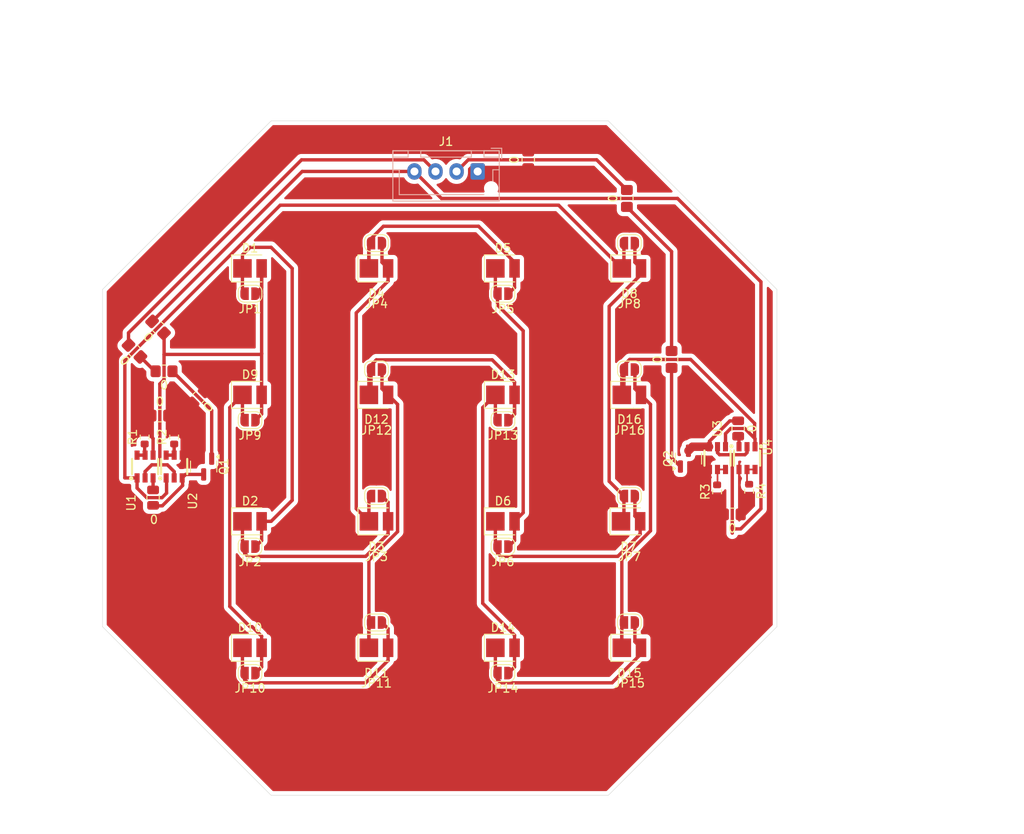
<source format=kicad_pcb>
(kicad_pcb (version 20241229) (generator "pcbnew") (generator_version "9.0")
  (layers (0 "F.Cu" signal) (2 "B.Cu" signal) (13 "F.Paste" user) (15 "B.Paste" user) (5 "F.SilkS" user "F.Silkscreen") (7 "B.SilkS" user "B.Silkscreen") (1 "F.Mask" user) (3 "B.Mask" user) (25 "Edge.Cuts" user))
  (net 0 "")
  (net 1 "Net-(D1-K)")
  (net 2 "+24V")
  (net 3 "Net-(D2-K)")
  (net 4 "Net-(D3-K)")
  (net 5 "Net-(D4-K)")
  (net 6 "Net-(D5-K)")
  (net 7 "Net-(D6-K)")
  (net 8 "Net-(D7-K)")
  (net 9 "Net-(D8-K)")
  (net 10 "Net-(D10-A)")
  (net 11 "Net-(D10-K)")
  (net 12 "Net-(D11-K)")
  (net 13 "Net-(D12-K)")
  (net 14 "Net-(D13-K)")
  (net 15 "Net-(D14-K)")
  (net 16 "/CLEDPin")
  (net 17 "/WLEDPin")
  (net 18 "GND")
  (net 19 "Net-(Q1-D)")
  (net 20 "Net-(Q2-D)")
  (net 21 "Net-(R1-Pad1)")
  (net 22 "Net-(R2-Pad1)")
  (net 23 "Net-(R3-Pad1)")
  (net 24 "Net-(R4-Pad1)")
  (net 25 "Net-(D15-K)")
  (net 26 "Net-(D16-K)")
  (footprint "LED_SMD:LED_PLCC_2835" (layer "F.Cu") (at 142.5 47.5)
    (property "Reference" "D8")
    (property "Value" "LEDW")
  )
  (footprint "Resistor_SMD:R_0805_2012Metric" (layer "F.Cu") (at 155.4 66.49 -90)
    (property "Reference" "0")
    (property "Value" "0")
  )
  (footprint "LED_SMD:LED_PLCC_2835" (layer "F.Cu") (at 142.4 77.5)
    (property "Reference" "D7")
    (property "Value" "LEDW")
  )
  (footprint "Jumper:SolderJumper-2_P1.3mm_Open_RoundedPad1.0x1.5mm" (layer "F.Cu") (at 97.5 65.5 180)
    (property "Reference" "JP9")
    (property "Value" "SolderJumper_2_Open")
  )
  (footprint "LED_SMD:LED_PLCC_2835" (layer "F.Cu") (at 97.5 92.5)
    (property "Reference" "D10")
    (property "Value" "LEDC")
  )
  (footprint "Resistor_SMD:R_0603_1608Metric" (layer "F.Cu") (at 156.7 73.925 -90)
    (property "Reference" "R4")
    (property "Value" "9.1")
  )
  (footprint "Resistor_SMD:R_0805_2012Metric_Pad1.20x1.40mm_HandSolder" (layer "F.Cu") (at 142.2 39.2 90)
    (property "Reference" "0")
    (property "Value" "R_0805_2012Metric_Pad1.20x1.40mm_HandSolder")
  )
  (footprint "Jumper:SolderJumper-2_P1.3mm_Open_RoundedPad1.0x1.5mm" (layer "F.Cu") (at 142.5 59.5 180)
    (property "Reference" "JP16")
    (property "Value" "SolderJumper_2_Open")
  )
  (footprint "Jumper:SolderJumper-2_P1.3mm_Open_RoundedPad1.0x1.5mm" (layer "F.Cu") (at 112.5 89.5 180)
    (property "Reference" "JP11")
    (property "Value" "SolderJumper_2_Open")
  )
  (footprint "LED_SMD:LED_PLCC_2835" (layer "F.Cu") (at 127.5 62.5)
    (property "Reference" "D13")
    (property "Value" "LEDC")
  )
  (footprint "Resistor_SMD:R_0805_2012Metric_Pad1.20x1.40mm_HandSolder" (layer "F.Cu") (at 147.5 58.3 90)
    (property "Reference" "0")
    (property "Value" "R_0805_2012Metric_Pad1.20x1.40mm_HandSolder")
  )
  (footprint "Resistor_SMD:R_0805_2012Metric_Pad1.20x1.40mm_HandSolder" (layer "F.Cu") (at 86.59 54.49 135)
    (property "Reference" "0")
    (property "Value" "R_0805_2012Metric_Pad1.20x1.40mm_HandSolder")
  )
  (footprint "Jumper:SolderJumper-2_P1.3mm_Open_RoundedPad1.0x1.5mm" (layer "F.Cu") (at 97.5 95.5 180)
    (property "Reference" "JP10")
    (property "Value" "SolderJumper_2_Open")
  )
  (footprint "LED_SMD:LED_PLCC_2835" (layer "F.Cu") (at 112.5 92.5)
    (property "Reference" "D11")
    (property "Value" "LEDC")
  )
  (footprint "Resistor_SMD:R_0603_1608Metric" (layer "F.Cu") (at 152.9 74 -90)
    (property "Reference" "R3")
    (property "Value" "9.1")
  )
  (footprint "Resistor_SMD:R_0603_1608Metric" (layer "F.Cu") (at 85 67.5 90)
    (property "Reference" "R1")
    (property "Value" "9.1")
  )
  (footprint "Jumper:SolderJumper-2_P1.3mm_Open_RoundedPad1.0x1.5mm" (layer "F.Cu") (at 97.5 80.5 180)
    (property "Reference" "JP2")
    (property "Value" "SolderJumper_2_Open")
  )
  (footprint "Jumper:SolderJumper-2_P1.3mm_Open_RoundedPad1.0x1.5mm" (layer "F.Cu") (at 97.5 50.5 180)
    (property "Reference" "JP1")
    (property "Value" "SolderJumper_2_Open")
  )
  (footprint "LED_SMD:LED_PLCC_2835" (layer "F.Cu") (at 112.5 62.5)
    (property "Reference" "D12")
    (property "Value" "LEDC")
  )
  (footprint "LED_SMD:LED_PLCC_2835" (layer "F.Cu") (at 127.5 47.5)
    (property "Reference" "D5")
    (property "Value" "LEDW")
  )
  (footprint "Resistor_SMD:R_0805_2012Metric_Pad1.20x1.40mm_HandSolder" (layer "F.Cu") (at 91.4 62.8 -135)
    (property "Reference" "0")
    (property "Value" "R_0805_2012Metric_Pad1.20x1.40mm_HandSolder")
  )
  (footprint "Jumper:SolderJumper-2_P1.3mm_Open_RoundedPad1.0x1.5mm" (layer "F.Cu") (at 127.5 65.5 180)
    (property "Reference" "JP13")
    (property "Value" "SolderJumper_2_Open")
  )
  (footprint "LED_SMD:LED_PLCC_2835" (layer "F.Cu") (at 142.5 62.5)
    (property "Reference" "D16")
    (property "Value" "LEDC")
  )
  (footprint "LED_SMD:LED_PLCC_2835" (layer "F.Cu") (at 142.5 92.5)
    (property "Reference" "D15")
    (property "Value" "LEDC")
  )
  (footprint "Jumper:SolderJumper-2_P1.3mm_Open_RoundedPad1.0x1.5mm" (layer "F.Cu") (at 127.5 80.5 180)
    (property "Reference" "JP6")
    (property "Value" "SolderJumper_2_Open")
  )
  (footprint "LED_SMD:LED_PLCC_2835" (layer "F.Cu") (at 97.5 62.5)
    (property "Reference" "D9")
    (property "Value" "LEDC")
  )
  (footprint "Jumper:SolderJumper-2_P1.3mm_Open_RoundedPad1.0x1.5mm" (layer "F.Cu") (at 112.5 74.5 180)
    (property "Reference" "JP3")
    (property "Value" "SolderJumper_2_Open")
  )
  (footprint "Jumper:SolderJumper-2_P1.3mm_Open_RoundedPad1.0x1.5mm" (layer "F.Cu") (at 127.5 95.5 180)
    (property "Reference" "JP14")
    (property "Value" "SolderJumper_2_Open")
  )
  (footprint "LED_SMD:LED_PLCC_2835" (layer "F.Cu") (at 112.5 47.5)
    (property "Reference" "D4")
    (property "Value" "LEDW")
  )
  (footprint "easyeda2kicad:SOT-23-6_L2.9-W1.6-P0.95-LS2.8-BR" (layer "F.Cu") (at 85.05 71 -90)
    (property "Reference" "U1")
    (property "Value" "AL5802-7")
  )
  (footprint "Jumper:SolderJumper-2_P1.3mm_Open_RoundedPad1.0x1.5mm" (layer "F.Cu") (at 112.5 44.5 180)
    (property "Reference" "JP4")
    (property "Value" "SolderJumper_2_Open")
  )
  (footprint "Resistor_SMD:R_0805_2012Metric_Pad1.20x1.40mm_HandSolder" (layer "F.Cu") (at 87.3 59.7 180)
    (property "Reference" "0")
    (property "Value" "R_0805_2012Metric_Pad1.20x1.40mm_HandSolder")
  )
  (footprint "Resistor_SMD:R_0805_2012Metric_Pad1.20x1.40mm_HandSolder" (layer "F.Cu") (at 86.8 64.96)
    (property "Reference" "0")
    (property "Value" "R_0805_2012Metric_Pad1.20x1.40mm_HandSolder")
  )
  (footprint "Jumper:SolderJumper-2_P1.3mm_Open_RoundedPad1.0x1.5mm" (layer "F.Cu") (at 112.5 59.5 180)
    (property "Reference" "JP12")
    (property "Value" "SolderJumper_2_Open")
  )
  (footprint "Jumper:SolderJumper-2_P1.3mm_Open_RoundedPad1.0x1.5mm" (layer "F.Cu") (at 142.5 44.5 180)
    (property "Reference" "JP8")
    (property "Value" "SolderJumper_2_Open")
  )
  (footprint "LED_SMD:LED_PLCC_2835" (layer "F.Cu") (at 97.5 47.5)
    (property "Reference" "D1")
    (property "Value" "LEDW")
  )
  (footprint "easyeda2kicad:SOT-23-6_L2.9-W1.6-P0.95-LS2.8-BR" (layer "F.Cu") (at 152.95 70 90)
    (property "Reference" "U3")
    (property "Value" "AL5802-7")
  )
  (footprint "LED_SMD:LED_PLCC_2835" (layer "F.Cu") (at 97.5 77.5)
    (property "Reference" "D2")
    (property "Value" "LEDW")
  )
  (footprint "Jumper:SolderJumper-2_P1.3mm_Open_RoundedPad1.0x1.5mm" (layer "F.Cu") (at 127.5 50.5 180)
    (property "Reference" "JP5")
    (property "Value" "SolderJumper_2_Open")
  )
  (footprint "Package_TO_SOT_SMD:SOT-23" (layer "F.Cu") (at 149.5 70.0625 90)
    (property "Reference" "Q2")
    (property "Value" "2N7002")
  )
  (footprint "LED_SMD:LED_PLCC_2835" (layer "F.Cu") (at 112.5 77.5)
    (property "Reference" "D3")
    (property "Value" "LEDW")
  )
  (footprint "LED_SMD:LED_PLCC_2835" (layer "F.Cu") (at 127.5 92.5)
    (property "Reference" "D14")
    (property "Value" "LEDC")
  )
  (footprint "Resistor_SMD:R_0805_2012Metric" (layer "F.Cu") (at 86 74.69 -90)
    (property "Reference" "0")
    (property "Value" "0")
  )
  (footprint "Resistor_SMD:R_0805_2012Metric_Pad1.20x1.40mm_HandSolder" (layer "F.Cu") (at 154.7 76.675 180)
    (property "Reference" "0")
    (property "Value" "R_0805_2012Metric_Pad1.20x1.40mm_HandSolder")
  )
  (footprint "Jumper:SolderJumper-2_P1.3mm_Open_RoundedPad1.0x1.5mm" (layer "F.Cu") (at 142.5 74.5 180)
    (property "Reference" "JP7")
    (property "Value" "SolderJumper_2_Open")
  )
  (footprint "LED_SMD:LED_PLCC_2835" (layer "F.Cu") (at 127.5 77.5)
    (property "Reference" "D6")
    (property "Value" "LEDW")
  )
  (footprint "Resistor_SMD:R_0603_1608Metric" (layer "F.Cu") (at 88.5 67.5 90)
    (property "Reference" "R2")
    (property "Value" "9.1")
  )
  (footprint "easyeda2kicad:SOT-23-6_L2.9-W1.6-P0.95-LS2.8-BR" (layer "F.Cu") (at 88.5 71 -90)
    (property "Reference" "U2")
    (property "Value" "AL5802-7")
  )
  (footprint "Jumper:SolderJumper-2_P1.3mm_Open_RoundedPad1.0x1.5mm" (layer "F.Cu") (at 142.5 89.5 180)
    (property "Reference" "JP15")
    (property "Value" "SolderJumper_2_Open")
  )
  (footprint "Resistor_SMD:R_0805_2012Metric_Pad1.20x1.40mm_HandSolder" (layer "F.Cu") (at 130.5 34.62 90)
    (property "Reference" "0")
    (property "Value" "R_0805_2012Metric_Pad1.20x1.40mm_HandSolder")
  )
  (footprint "Package_TO_SOT_SMD:SOT-23" (layer "F.Cu") (at 92 71 -90)
    (property "Reference" "Q1")
    (property "Value" "2N7002")
  )
  (footprint "easyeda2kicad:SOT-23-6_L2.9-W1.6-P0.95-LS2.8-BR" (layer "F.Cu") (at 156.45 70 90)
    (property "Reference" "U4")
    (property "Value" "AL5802-7")
  )
  (footprint "Resistor_SMD:R_0805_2012Metric_Pad1.20x1.40mm_HandSolder" (layer "F.Cu") (at 83.792893 57.292893 135)
    (property "Reference" "0")
    (property "Value" "R_0805_2012Metric_Pad1.20x1.40mm_HandSolder")
  )
  (footprint "Connector_JST:JST_XH_B4B-XH-AM_1x04_P2.50mm_Vertical" (layer "B.Cu") (at 124.5 36 180)
    (property "Reference" "J1")
    (property "Value" "Conn_01x04")
  )
  (gr_line (start 160 90) (end 140 110) (stroke (width 0.05)) (layer "Edge.Cuts"))
  (gr_line (start 80 90) (end 80 50) (stroke (width 0.05)) (layer "Edge.Cuts"))
  (gr_line (start 140 110) (end 100 110) (stroke (width 0.05)) (layer "Edge.Cuts"))
  (gr_line (start 80 50) (end 100 30) (stroke (width 0.05)) (layer "Edge.Cuts"))
  (gr_line (start 160 50) (end 160 90) (stroke (width 0.05)) (layer "Edge.Cuts"))
  (gr_line (start 100 30) (end 140 30) (stroke (width 0.05)) (layer "Edge.Cuts"))
  (gr_line (start 140 30) (end 160 50) (stroke (width 0.05)) (layer "Edge.Cuts"))
  (gr_line (start 100 110) (end 80 90) (stroke (width 0.05)) (layer "Edge.Cuts"))
  (segment (start 97.5 45) (end 100 45) (width 0.4) (layer "F.Cu") (net 1))
  (segment (start 96.6 50.25) (end 96.85 50.5) (width 0.4) (layer "F.Cu") (net 1))
  (segment (start 96.6 47.5) (end 96.6 50.25) (width 0.4) (layer "F.Cu") (net 1))
  (segment (start 102.5 47.5) (end 102.5 75) (width 0.4) (layer "F.Cu") (net 1))
  (segment (start 98.875 77.5) (end 98.875 79.775) (width 0.4) (layer "F.Cu") (net 1))
  (segment (start 96.6 47.5) (end 96.6 45.9) (width 0.4) (layer "F.Cu") (net 1))
  (segment (start 100 45) (end 102.5 47.5) (width 0.4) (layer "F.Cu") (net 1))
  (segment (start 96.6 45.9) (end 97.5 45) (width 0.4) (layer "F.Cu") (net 1))
  (segment (start 102.5 75) (end 100 77.5) (width 0.4) (layer "F.Cu") (net 1))
  (segment (start 98.875 79.775) (end 98.15 80.5) (width 0.4) (layer "F.Cu") (net 1))
  (segment (start 100 77.5) (end 98.875 77.5) (width 0.4) (layer "F.Cu") (net 1))
  (segment (start 158.101 49.092364) (end 158.101 76.00158) (width 0.4) (layer "F.Cu") (net 2))
  (segment (start 158.101 76.00158) (end 155.70258 78.4) (width 0.4) (layer "F.Cu") (net 2))
  (segment (start 98.875 47.5) (end 98.875 57.6) (width 0.4) (layer "F.Cu") (net 2))
  (segment (start 98.775 57.7) (end 98.875 57.6) (width 0.4) (layer "F.Cu") (net 2))
  (segment (start 85.05 71.6) (end 85.85 70.8) (width 0.4) (layer "F.Cu") (net 2))
  (segment (start 156.202 69.6) (end 156.45 69.352) (width 0.4) (layer "F.Cu") (net 2))
  (segment (start 88.55 72.6) (end 88.55 71.898) (width 0.4) (layer "F.Cu") (net 2))
  (segment (start 87.7 70.8) (end 86.8 70.8) (width 0.4) (layer "F.Cu") (net 2))
  (segment (start 154.7 78.4) (end 154.7 78.9) (width 0.4) (layer "F.Cu") (net 2))
  (segment (start 153.198 69.6) (end 154.7 69.6) (width 0.4) (layer "F.Cu") (net 2))
  (segment (start 117 36) (end 120.2 39.2) (width 0.4) (layer "F.Cu") (net 2))
  (segment (start 98.875 57.6) (end 98.875 62.5) (width 0.4) (layer "F.Cu") (net 2))
  (segment (start 86.8 61.2) (end 86.8 70.8) (width 0.4) (layer "F.Cu") (net 2))
  (segment (start 156.45 69.352) (end 156.45 68.65) (width 0.4) (layer "F.Cu") (net 2))
  (segment (start 85.892893 53.792893) (end 103.685786 36) (width 0.4) (layer "F.Cu") (net 2))
  (segment (start 98.875 49.775) (end 98.15 50.5) (width 0.4) (layer "F.Cu") (net 2))
  (segment (start 154.7 69.6) (end 156.202 69.6) (width 0.4) (layer "F.Cu") (net 2))
  (segment (start 103.685786 36) (end 117 36) (width 0.4) (layer "F.Cu") (net 2))
  (segment (start 98.875 62.5) (end 98.875 64.775) (width 0.4) (layer "F.Cu") (net 2))
  (segment (start 98.775 50.5) (end 98.875 50.6) (width 0.4) (layer "F.Cu") (net 2))
  (segment (start 120.2 39.2) (end 148.208636 39.2) (width 0.4) (layer "F.Cu") (net 2))
  (segment (start 87.3 60.7) (end 86.8 61.2) (width 0.4) (layer "F.Cu") (net 2))
  (segment (start 154.7 69.6) (end 154.7 78.4) (width 0.4) (layer "F.Cu") (net 2))
  (segment (start 87.307107 57.7) (end 87.3 57.707107) (width 0.4) (layer "F.Cu") (net 2))
  (segment (start 152.95 68.65) (end 152.95 69.352) (width 0.4) (layer "F.Cu") (net 2))
  (segment (start 87.307107 55.207107) (end 87.307107 57.7) (width 0.4) (layer "F.Cu") (net 2))
  (segment (start 98.875 64.775) (end 98.15 65.5) (width 0.4) (layer "F.Cu") (net 2))
  (segment (start 87.307107 57.7) (end 98.775 57.7) (width 0.4) (layer "F.Cu") (net 2))
  (segment (start 85.85 70.8) (end 86.8 70.8) (width 0.4) (layer "F.Cu") (net 2))
  (segment (start 85.05 71.936826) (end 85.05 72.6) (width 0.4) (layer "F.Cu") (net 2))
  (segment (start 155.70258 78.4) (end 154.7 78.4) (width 0.4) (layer "F.Cu") (net 2))
  (segment (start 88.5 72.35) (end 88.5 71.6) (width 0.4) (layer "F.Cu") (net 2))
  (segment (start 87.3 57.707107) (end 87.3 60.7) (width 0.4) (layer "F.Cu") (net 2))
  (segment (start 88.5 71.6) (end 87.7 70.8) (width 0.4) (layer "F.Cu") (net 2))
  (segment (start 98.15 50.5) (end 98.775 50.5) (width 0.4) (layer "F.Cu") (net 2))
  (segment (start 152.95 69.352) (end 153.198 69.6) (width 0.4) (layer "F.Cu") (net 2))
  (segment (start 85.05 72.35) (end 85.05 71.6) (width 0.4) (layer "F.Cu") (net 2))
  (segment (start 98.875 47.5) (end 98.875 49.775) (width 0.4) (layer "F.Cu") (net 2))
  (segment (start 148.208636 39.2) (end 158.101 49.092364) (width 0.4) (layer "F.Cu") (net 2))
  (segment (start 111.219 81.656) (end 113.875 79) (width 0.4) (layer "F.Cu") (net 3))
  (segment (start 96.6 80.25) (end 96.85 80.5) (width 0.4) (layer "F.Cu") (net 3))
  (segment (start 113.875 79) (end 113.875 77.5) (width 0.4) (layer "F.Cu") (net 3))
  (segment (start 96.85 80.5) (end 96.85 81.255) (width 0.4) (layer "F.Cu") (net 3))
  (segment (start 96.85 81.255) (end 97.251 81.656) (width 0.4) (layer "F.Cu") (net 3))
  (segment (start 96.6 77.5) (end 96.6 80.25) (width 0.4) (layer "F.Cu") (net 3))
  (segment (start 113.875 77.5) (end 113.875 75.225) (width 0.4) (layer "F.Cu") (net 3))
  (segment (start 113.875 75.225) (end 113.15 74.5) (width 0.4) (layer "F.Cu") (net 3))
  (segment (start 97.251 81.656) (end 111.219 81.656) (width 0.4) (layer "F.Cu") (net 3))
  (segment (start 111.6 74.75) (end 111.85 74.5) (width 0.4) (layer "F.Cu") (net 4))
  (segment (start 111.6 77.5) (end 110.099 75.999) (width 0.4) (layer "F.Cu") (net 4))
  (segment (start 113.875 49) (end 113.875 47.5) (width 0.4) (layer "F.Cu") (net 4))
  (segment (start 113.15 46.775) (end 113.875 47.5) (width 0.4) (layer "F.Cu") (net 4))
  (segment (start 110.099 52.776) (end 113.875 49) (width 0.4) (layer "F.Cu") (net 4))
  (segment (start 111.6 77.5) (end 111.6 74.75) (width 0.4) (layer "F.Cu") (net 4))
  (segment (start 110.099 75.999) (end 110.099 52.776) (width 0.4) (layer "F.Cu") (net 4))
  (segment (start 113.15 44.5) (end 113.15 46.775) (width 0.4) (layer "F.Cu") (net 4))
  (segment (start 113.325828 42.5) (end 124.602 42.5) (width 0.4) (layer "F.Cu") (net 5))
  (segment (start 128.875 49.775) (end 128.15 50.5) (width 0.4) (layer "F.Cu") (net 5))
  (segment (start 111.6 47.5) (end 111.6 44.75) (width 0.4) (layer "F.Cu") (net 5))
  (segment (start 128.875 47.5) (end 128.875 49.775) (width 0.4) (layer "F.Cu") (net 5))
  (segment (start 124.602 42.5) (end 128.875 46.773) (width 0.4) (layer "F.Cu") (net 5))
  (segment (start 128.875 46.773) (end 128.875 47.5) (width 0.4) (layer "F.Cu") (net 5))
  (segment (start 111.6 47.5) (end 111.6 44.225828) (width 0.4) (layer "F.Cu") (net 5))
  (segment (start 111.6 44.75) (end 111.85 44.5) (width 0.4) (layer "F.Cu") (net 5))
  (segment (start 111.6 44.225828) (end 113.325828 42.5) (width 0.4) (layer "F.Cu") (net 5))
  (segment (start 129.901 54.901) (end 129.901 76.474) (width 0.4) (layer "F.Cu") (net 6))
  (segment (start 126.6 50.25) (end 126.85 50.5) (width 0.4) (layer "F.Cu") (net 6))
  (segment (start 126.85 51.85) (end 129.901 54.901) (width 0.4) (layer "F.Cu") (net 6))
  (segment (start 126.85 50.5) (end 126.85 51.85) (width 0.4) (layer "F.Cu") (net 6))
  (segment (start 128.875 79.775) (end 128.15 80.5) (width 0.4) (layer "F.Cu") (net 6))
  (segment (start 126.6 47.5) (end 126.6 50.25) (width 0.4) (layer "F.Cu") (net 6))
  (segment (start 128.875 77.5) (end 128.875 79.775) (width 0.4) (layer "F.Cu") (net 6))
  (segment (start 129.901 76.474) (end 128.875 77.5) (width 0.4) (layer "F.Cu") (net 6))
  (segment (start 126.85 80.5) (end 126.85 81.255) (width 0.4) (layer "F.Cu") (net 7))
  (segment (start 127.251 81.656) (end 141.119 81.656) (width 0.4) (layer "F.Cu") (net 7))
  (segment (start 126.85 81.255) (end 127.251 81.656) (width 0.4) (layer "F.Cu") (net 7))
  (segment (start 143.15 74.5) (end 143.15 76.875) (width 0.4) (layer "F.Cu") (net 7))
  (segment (start 126.6 80.25) (end 126.85 80.5) (width 0.4) (layer "F.Cu") (net 7))
  (segment (start 143.15 76.875) (end 143.775 77.5) (width 0.4) (layer "F.Cu") (net 7))
  (segment (start 143.775 79) (end 143.775 77.5) (width 0.4) (layer "F.Cu") (net 7))
  (segment (start 141.119 81.656) (end 143.775 79) (width 0.4) (layer "F.Cu") (net 7))
  (segment (start 126.6 77.5) (end 126.6 80.25) (width 0.4) (layer "F.Cu") (net 7))
  (segment (start 143.875 48.227) (end 143.875 47.5) (width 0.4) (layer "F.Cu") (net 8))
  (segment (start 141.85 77.15) (end 141.5 77.5) (width 0.4) (layer "F.Cu") (net 8))
  (segment (start 140.099 72.749) (end 140.099 52.003) (width 0.4) (layer "F.Cu") (net 8))
  (segment (start 140.099 52.003) (end 143.875 48.227) (width 0.4) (layer "F.Cu") (net 8))
  (segment (start 141.85 74.5) (end 140.099 72.749) (width 0.4) (layer "F.Cu") (net 8))
  (segment (start 143.15 46.775) (end 143.875 47.5) (width 0.4) (layer "F.Cu") (net 8))
  (segment (start 141.85 74.5) (end 141.85 77.15) (width 0.4) (layer "F.Cu") (net 8))
  (segment (start 143.15 44.5) (end 143.15 46.775) (width 0.4) (layer "F.Cu") (net 8))
  (segment (start 85.24 74.69) (end 84.1 73.55) (width 0.4) (layer "F.Cu") (net 9))
  (segment (start 87.6 72.6) (end 87.6 74.15) (width 0.4) (layer "F.Cu") (net 9))
  (segment (start 84.1 73.55) (end 84.1 72.35) (width 0.4) (layer "F.Cu") (net 9))
  (segment (start 101.098 40) (end 101.08 40) (width 0.39) (layer "F.Cu") (net 9))
  (segment (start 141.85 47.25) (end 141.6 47.5) (width 0.4) (layer "F.Cu") (net 9))
  (segment (start 87.06 74.69) (end 85.24 74.69) (width 0.4) (layer "F.Cu") (net 9))
  (segment (start 101.08 40) (end 82.65 58.43) (width 0.39) (layer "F.Cu") (net 9))
  (segment (start 84.1 72.35) (end 82.65 72.35) (width 0.4) (layer "F.Cu") (net 9))
  (segment (start 87.6 74.15) (end 87.06 74.69) (width 0.4) (layer "F.Cu") (net 9))
  (segment (start 141.85 44.5) (end 141.85 47.25) (width 0.4) (layer "F.Cu") (net 9))
  (segment (start 134.1 40) (end 101.098 40) (width 0.4) (layer "F.Cu") (net 9))
  (segment (start 82.65 58.448) (end 82.65 72.35) (width 0.4) (layer "F.Cu") (net 9))
  (segment (start 141.6 47.5) (end 134.1 40) (width 0.4) (layer "F.Cu") (net 9))
  (segment (start 82.65 58.43) (end 82.65 58.448) (width 0.39) (layer "F.Cu") (net 9))
  (segment (start 96.6 62.5) (end 96.6 65.25) (width 0.4) (layer "F.Cu") (net 10))
  (segment (start 96.6 62.5) (end 95.099 64.001) (width 0.4) (layer "F.Cu") (net 10))
  (segment (start 95.099 87.599) (end 97.5 90) (width 0.4) (layer "F.Cu") (net 10))
  (segment (start 96.6 65.25) (end 96.85 65.5) (width 0.4) (layer "F.Cu") (net 10))
  (segment (start 98.875 92.5) (end 98.875 94.775) (width 0.4) (layer "F.Cu") (net 10))
  (segment (start 98.875 94.775) (end 98.15 95.5) (width 0.4) (layer "F.Cu") (net 10))
  (segment (start 97.5 90) (end 97.75 90) (width 0.4) (layer "F.Cu") (net 10))
  (segment (start 97.75 90) (end 98.875 91.125) (width 0.4) (layer "F.Cu") (net 10))
  (segment (start 95.099 64.001) (end 95.099 87.599) (width 0.4) (layer "F.Cu") (net 10))
  (segment (start 98.875 91.125) (end 98.875 92.5) (width 0.4) (layer "F.Cu") (net 10))
  (segment (start 97.251 96.656) (end 111.219 96.656) (width 0.4) (layer "F.Cu") (net 11))
  (segment (start 113.875 92.5) (end 113.875 90.225) (width 0.4) (layer "F.Cu") (net 11))
  (segment (start 96.85 95.5) (end 96.85 96.255) (width 0.4) (layer "F.Cu") (net 11))
  (segment (start 96.85 96.255) (end 97.251 96.656) (width 0.4) (layer "F.Cu") (net 11))
  (segment (start 113.875 94) (end 113.875 92.5) (width 0.4) (layer "F.Cu") (net 11))
  (segment (start 96.6 92.5) (end 96.6 95.25) (width 0.4) (layer "F.Cu") (net 11))
  (segment (start 113.875 90.225) (end 113.15 89.5) (width 0.4) (layer "F.Cu") (net 11))
  (segment (start 111.219 96.656) (end 113.875 94) (width 0.4) (layer "F.Cu") (net 11))
  (segment (start 96.6 95.25) (end 96.85 95.5) (width 0.4) (layer "F.Cu") (net 11))
  (segment (start 111.6 82.124942) (end 115 78.724942) (width 0.4) (layer "F.Cu") (net 12))
  (segment (start 113.15 61.775) (end 113.875 62.5) (width 0.4) (layer "F.Cu") (net 12))
  (segment (start 111.6 92.5) (end 111.6 89.75) (width 0.4) (layer "F.Cu") (net 12))
  (segment (start 111.6 92.5) (end 111.6 82.124942) (width 0.4) (layer "F.Cu") (net 12))
  (segment (start 115 78.724942) (end 115 63.625) (width 0.4) (layer "F.Cu") (net 12))
  (segment (start 113.15 59.5) (end 113.15 61.775) (width 0.4) (layer "F.Cu") (net 12))
  (segment (start 115 63.625) (end 113.875 62.5) (width 0.4) (layer "F.Cu") (net 12))
  (segment (start 111.6 89.75) (end 111.85 89.5) (width 0.4) (layer "F.Cu") (net 12))
  (segment (start 128.875 61) (end 128.875 64.775) (width 0.4) (layer "F.Cu") (net 13))
  (segment (start 112.481828 58.344) (end 126.219 58.344) (width 0.4) (layer "F.Cu") (net 13))
  (segment (start 128.875 62.5) (end 128.875 64.775) (width 0.4) (layer "F.Cu") (net 13))
  (segment (start 111.85 62.25) (end 111.6 62.5) (width 0.4) (layer "F.Cu") (net 13))
  (segment (start 128.875 64.775) (end 128.15 65.5) (width 0.4) (layer "F.Cu") (net 13))
  (segment (start 111.85 59.5) (end 111.85 62.25) (width 0.4) (layer "F.Cu") (net 13))
  (segment (start 126.219 58.344) (end 128.875 61) (width 0.4) (layer "F.Cu") (net 13))
  (segment (start 111.6 62.5) (end 111.6 59.225828) (width 0.4) (layer "F.Cu") (net 13))
  (segment (start 111.6 59.225828) (end 112.481828 58.344) (width 0.4) (layer "F.Cu") (net 13))
  (segment (start 126.6 62.5) (end 126.6 65.25) (width 0.4) (layer "F.Cu") (net 14))
  (segment (start 126.6 62.5) (end 125.099 64.001) (width 0.4) (layer "F.Cu") (net 14))
  (segment (start 128.875 91) (end 128.875 92.5) (width 0.4) (layer "F.Cu") (net 14))
  (segment (start 125.099 64.001) (end 125.099 87.224) (width 0.4) (layer "F.Cu") (net 14))
  (segment (start 128.875 94.775) (end 128.15 95.5) (width 0.4) (layer "F.Cu") (net 14))
  (segment (start 126.6 65.25) (end 126.85 65.5) (width 0.4) (layer "F.Cu") (net 14))
  (segment (start 128.875 92.5) (end 128.875 94.775) (width 0.4) (layer "F.Cu") (net 14))
  (segment (start 125.099 87.224) (end 128.875 91) (width 0.4) (layer "F.Cu") (net 14))
  (segment (start 143.875 93.227) (end 143.875 92.5) (width 0.4) (layer "F.Cu") (net 15))
  (segment (start 143.15 89.5) (end 143.15 91.775) (width 0.4) (layer "F.Cu") (net 15))
  (segment (start 143.15 91.775) (end 143.875 92.5) (width 0.4) (layer "F.Cu") (net 15))
  (segment (start 126.6 95.25) (end 126.85 95.5) (width 0.4) (layer "F.Cu") (net 15))
  (segment (start 127.251 96.656) (end 140.446 96.656) (width 0.4) (layer "F.Cu") (net 15))
  (segment (start 140.446 96.656) (end 143.875 93.227) (width 0.4) (layer "F.Cu") (net 15))
  (segment (start 126.6 92.5) (end 126.6 95.25) (width 0.4) (layer "F.Cu") (net 15))
  (segment (start 126.85 96.255) (end 127.251 96.656) (width 0.4) (layer "F.Cu") (net 15))
  (segment (start 126.85 95.5) (end 126.85 96.255) (width 0.4) (layer "F.Cu") (net 15))
  (segment (start 123.38 34.62) (end 122 36) (width 0.4) (layer "F.Cu") (net 16))
  (segment (start 147.5 45.5) (end 147.5 57.3) (width 0.4) (layer "F.Cu") (net 16))
  (segment (start 147.5 59.3) (end 147.5 69.95) (width 0.4) (layer "F.Cu") (net 16))
  (segment (start 138.62 34.62) (end 123.38 34.62) (width 0.4) (layer "F.Cu") (net 16))
  (segment (start 142.2 40.2) (end 147.5 45.5) (width 0.4) (layer "F.Cu") (net 16))
  (segment (start 142.2 38.2) (end 138.62 34.62) (width 0.4) (layer "F.Cu") (net 16))
  (segment (start 147.5 69.95) (end 148.55 71) (width 0.4) (layer "F.Cu") (net 16))
  (segment (start 86.2 59.7) (end 84.5 58) (width 0.4) (layer "F.Cu") (net 17))
  (segment (start 83.085786 56.585786) (end 83.085786 55.144214) (width 0.4) (layer "F.Cu") (net 17))
  (segment (start 92.95 64.35) (end 92.95 70.0625) (width 0.4) (layer "F.Cu") (net 17))
  (segment (start 88.3 59.7) (end 92.95 64.35) (width 0.4) (layer "F.Cu") (net 17))
  (segment (start 86.3 59.7) (end 86.2 59.7) (width 0.4) (layer "F.Cu") (net 17))
  (segment (start 118.124 34.624) (end 119.5 36) (width 0.4) (layer "F.Cu") (net 17))
  (segment (start 83.085786 55.144214) (end 103.606 34.624) (width 0.4) (layer "F.Cu") (net 17))
  (segment (start 103.606 34.624) (end 118.124 34.624) (width 0.4) (layer "F.Cu") (net 17))
  (segment (start 153.7 75.8) (end 153 75.1) (width 0.4) (layer "F.Cu") (net 18))
  (segment (start 85 66.675) (end 85 65.9) (width 0.4) (layer "F.Cu") (net 18))
  (segment (start 156.5 75.1) (end 156.5 75.875) (width 0.4) (layer "F.Cu") (net 18))
  (segment (start 89.45 67.625) (end 88.5 66.675) (width 0.4) (layer "F.Cu") (net 18))
  (segment (start 155.5 76.475) (end 155.7 76.675) (width 0.2) (layer "F.Cu") (net 18))
  (segment (start 87.8 65.975) (end 88.5 66.675) (width 0.4) (layer "F.Cu") (net 18))
  (segment (start 89.45 69.65) (end 89.45 67.625) (width 0.4) (layer "F.Cu") (net 18))
  (segment (start 91.05 70.0625) (end 89.8625 70.0625) (width 0.4) (layer "F.Cu") (net 18))
  (segment (start 153.7 76.675) (end 153.7 75.8) (width 0.4) (layer "F.Cu") (net 18))
  (segment (start 85 65.9) (end 85.8 65.1) (width 0.4) (layer "F.Cu") (net 18))
  (segment (start 153.7 76.675) (end 152 74.975) (width 0.4) (layer "F.Cu") (net 18))
  (segment (start 155.5 71.35) (end 155.5 76.475) (width 0.2) (layer "F.Cu") (net 18))
  (segment (start 89.8625 70.0625) (end 89.45 69.65) (width 0.4) (layer "F.Cu") (net 18))
  (segment (start 86 67.675) (end 85 66.675) (width 0.4) (layer "F.Cu") (net 18))
  (segment (start 156.5 75.875) (end 155.7 76.675) (width 0.4) (layer "F.Cu") (net 18))
  (segment (start 87.8 65.1) (end 87.8 65.975) (width 0.4) (layer "F.Cu") (net 18))
  (segment (start 152 74.975) (end 152 71.35) (width 0.4) (layer "F.Cu") (net 18))
  (segment (start 86 69.65) (end 86 67.675) (width 0.4) (layer "F.Cu") (net 18))
  (segment (start 86 72.6) (end 86 73.8375) (width 0.4) (layer "F.Cu") (net 19))
  (segment (start 92 71.9375) (end 89.8625 71.9375) (width 0.4) (layer "F.Cu") (net 19))
  (segment (start 89.8625 71.9375) (end 89.45 72.35) (width 0.4) (layer "F.Cu") (net 19))
  (segment (start 86 75.6625) (end 87.0875 75.6625) (width 0.4) (layer "F.Cu") (net 19))
  (segment (start 89.5 73.25) (end 89.5 72.6) (width 0.4) (layer "F.Cu") (net 19))
  (segment (start 87.0875 75.6625) (end 89.5 73.25) (width 0.4) (layer "F.Cu") (net 19))
  (segment (start 155.5 68.65) (end 155.5 67.4125) (width 0.4) (layer "F.Cu") (net 20))
  (segment (start 155.5 65.5875) (end 154.4125 65.5875) (width 0.4) (layer "F.Cu") (net 20))
  (segment (start 151.5 68.65) (end 151.949 68.65) (width 1) (layer "F.Cu") (net 20))
  (segment (start 154.4125 65.5875) (end 152 68) (width 0.4) (layer "F.Cu") (net 20))
  (segment (start 149.5 69.125) (end 149.975 68.65) (width 1) (layer "F.Cu") (net 20))
  (segment (start 152 68) (end 152 68.65) (width 0.4) (layer "F.Cu") (net 20))
  (segment (start 149.975 68.65) (end 151.5 68.65) (width 1) (layer "F.Cu") (net 20))
  (segment (start 85.05 69.65) (end 84.1 69.65) (width 0.4) (layer "F.Cu") (net 21))
  (segment (start 85 69.6) (end 85.05 69.65) (width 0.4) (layer "F.Cu") (net 21))
  (segment (start 85 68.325) (end 85 69.6) (width 0.4) (layer "F.Cu") (net 21))
  (segment (start 88.5 68.325) (end 88.5 69.65) (width 0.4) (layer "F.Cu") (net 22))
  (segment (start 88.5 69.65) (end 87.55 69.65) (width 0.4) (layer "F.Cu") (net 22))
  (segment (start 152.95 71.35) (end 152.95 73.175) (width 0.2) (layer "F.Cu") (net 23))
  (segment (start 153.9 71.35) (end 152.95 71.35) (width 0.2) (layer "F.Cu") (net 23))
  (segment (start 156.45 71.35) (end 157.4 71.35) (width 0.2) (layer "F.Cu") (net 24))
  (segment (start 156.45 71.35) (end 156.45 73.025) (width 0.2) (layer "F.Cu") (net 24))
  (segment (start 156.45 73.025) (end 156.3 73.175) (width 0.2) (layer "F.Cu") (net 24))
  (segment (start 143.15 59.5) (end 143.15 61.775) (width 0.4) (layer "F.Cu") (net 25))
  (segment (start 145 78.624942) (end 141.6 82.024942) (width 0.4) (layer "F.Cu") (net 25))
  (segment (start 143.875 62.5) (end 145 63.625) (width 0.4) (layer "F.Cu") (net 25))
  (segment (start 141.6 82.024942) (end 141.6 92.5) (width 0.4) (layer "F.Cu") (net 25))
  (segment (start 145 63.625) (end 145 78.624942) (width 0.4) (layer "F.Cu") (net 25))
  (segment (start 141.6 89.75) (end 141.85 89.5) (width 0.4) (layer "F.Cu") (net 25))
  (segment (start 143.15 61.775) (end 143.875 62.5) (width 0.4) (layer "F.Cu") (net 25))
  (segment (start 141.6 92.5) (end 141.6 89.75) (width 0.4) (layer "F.Cu") (net 25))
  (segment (start 157.35 65.88492) (end 157.35 67.65) (width 0.4) (layer "F.Cu") (net 26))
  (segment (start 153.9 68.65) (end 153.9 67.1) (width 0.4) (layer "F.Cu") (net 26))
  (segment (start 141.6 59.225828) (end 142.525828 58.3) (width 0.4) (layer "F.Cu") (net 26))
  (segment (start 141.6 62.5) (end 141.6 59.225828) (width 0.4) (layer "F.Cu") (net 26))
  (segment (start 154.51 66.49) (end 156.19 66.49) (width 0.4) (layer "F.Cu") (net 26))
  (segment (start 141.85 62.25) (end 141.6 62.5) (width 0.4) (layer "F.Cu") (net 26))
  (segment (start 142.525828 58.3) (end 149.76508 58.3) (width 0.4) (layer "F.Cu") (net 26))
  (segment (start 157.4 67.7) (end 157.4 68.65) (width 0.4) (layer "F.Cu") (net 26))
  (segment (start 157.35 67.65) (end 157.4 67.7) (width 0.4) (layer "F.Cu") (net 26))
  (segment (start 141.85 59.5) (end 141.85 62.25) (width 0.4) (layer "F.Cu") (net 26))
  (segment (start 156.19 66.49) (end 157.35 67.65) (width 0.4) (layer "F.Cu") (net 26))
  (segment (start 153.9 67.1) (end 154.51 66.49) (width 0.4) (layer "F.Cu") (net 26))
  (segment (start 149.76508 58.3) (end 157.35 65.88492) (width 0.4) (layer "F.Cu") (net 26))
  (zone (net 18) (net_name "GND") (layer "F.Cu") (connect_pads yes (clearance 0.5)) (min_thickness 0.25) (fill yes (thermal_gap 0.5) (thermal_bridge_width 0.5) (island_removal_mode 2) (island_area_min 10))
    (polygon (pts (xy 87.6 27.8) (xy 164.6 27.8) (xy 165.4 114.3) (xy 68.6 114.6) (xy 72.5 28.4) (xy 87.4 27.6)))
  )
)
</source>
